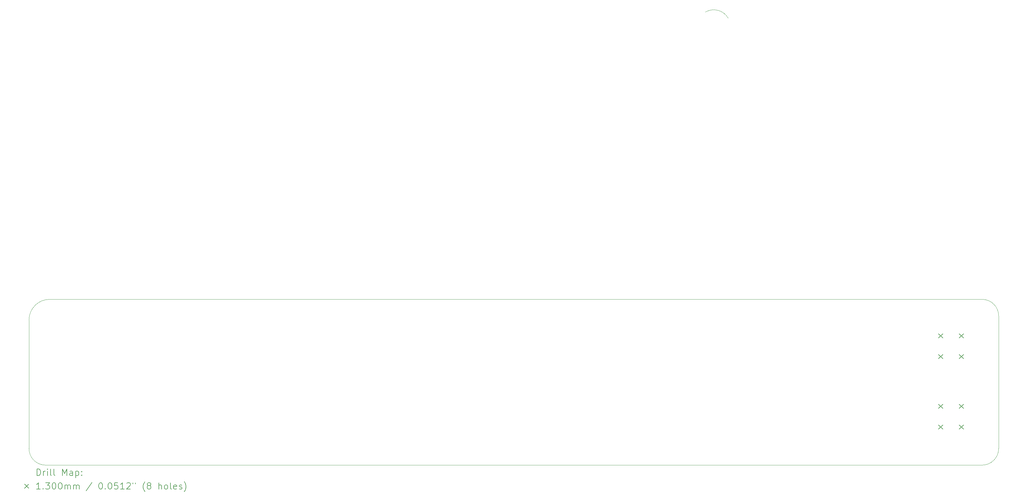
<source format=gbr>
%TF.GenerationSoftware,KiCad,Pcbnew,7.0.2-0*%
%TF.CreationDate,2024-01-28T20:18:33-06:00*%
%TF.ProjectId,bus_bar,6275735f-6261-4722-9e6b-696361645f70,rev?*%
%TF.SameCoordinates,Original*%
%TF.FileFunction,Drillmap*%
%TF.FilePolarity,Positive*%
%FSLAX45Y45*%
G04 Gerber Fmt 4.5, Leading zero omitted, Abs format (unit mm)*
G04 Created by KiCad (PCBNEW 7.0.2-0) date 2024-01-28 20:18:33*
%MOMM*%
%LPD*%
G01*
G04 APERTURE LIST*
%ADD10C,0.100000*%
%ADD11C,0.200000*%
%ADD12C,0.130000*%
G04 APERTURE END LIST*
D10*
X35041501Y-10668000D02*
G75*
G03*
X34533500Y-10160000I-508000J0D01*
G01*
X35041500Y-14732000D02*
X35041501Y-10668000D01*
X5831501Y-15240000D02*
X34533500Y-15240000D01*
X5323500Y-10795000D02*
X5323500Y-14732000D01*
X34533500Y-10160000D02*
X5958500Y-10160000D01*
X26750754Y-1542236D02*
G75*
G03*
X26056813Y-1356295I-439941J-254000D01*
G01*
X34533500Y-15240000D02*
G75*
G03*
X35041500Y-14732000I0J508000D01*
G01*
X5323501Y-14732000D02*
G75*
G03*
X5831501Y-15240000I508000J0D01*
G01*
X5958500Y-10159999D02*
G75*
G03*
X5323500Y-10795000I1J-635000D01*
G01*
D11*
D12*
X33198500Y-11852000D02*
X33328500Y-11982000D01*
X33328500Y-11852000D02*
X33198500Y-11982000D01*
X33198500Y-14011000D02*
X33328500Y-14141000D01*
X33328500Y-14011000D02*
X33198500Y-14141000D01*
X33198500Y-11217000D02*
X33328500Y-11347000D01*
X33328500Y-11217000D02*
X33198500Y-11347000D01*
X33198501Y-13375999D02*
X33328501Y-13505999D01*
X33328501Y-13375999D02*
X33198501Y-13505999D01*
X33833500Y-14011000D02*
X33963500Y-14141000D01*
X33963500Y-14011000D02*
X33833500Y-14141000D01*
X33833500Y-11217000D02*
X33963500Y-11347000D01*
X33963500Y-11217000D02*
X33833500Y-11347000D01*
X33833500Y-11852000D02*
X33963500Y-11982000D01*
X33963500Y-11852000D02*
X33833500Y-11982000D01*
X33833500Y-13376000D02*
X33963500Y-13506000D01*
X33963500Y-13376000D02*
X33833500Y-13506000D01*
D11*
X5566119Y-15557524D02*
X5566119Y-15357524D01*
X5566119Y-15357524D02*
X5613738Y-15357524D01*
X5613738Y-15357524D02*
X5642309Y-15367048D01*
X5642309Y-15367048D02*
X5661357Y-15386095D01*
X5661357Y-15386095D02*
X5670881Y-15405143D01*
X5670881Y-15405143D02*
X5680405Y-15443238D01*
X5680405Y-15443238D02*
X5680405Y-15471810D01*
X5680405Y-15471810D02*
X5670881Y-15509905D01*
X5670881Y-15509905D02*
X5661357Y-15528952D01*
X5661357Y-15528952D02*
X5642309Y-15548000D01*
X5642309Y-15548000D02*
X5613738Y-15557524D01*
X5613738Y-15557524D02*
X5566119Y-15557524D01*
X5766119Y-15557524D02*
X5766119Y-15424191D01*
X5766119Y-15462286D02*
X5775643Y-15443238D01*
X5775643Y-15443238D02*
X5785166Y-15433714D01*
X5785166Y-15433714D02*
X5804214Y-15424191D01*
X5804214Y-15424191D02*
X5823262Y-15424191D01*
X5889928Y-15557524D02*
X5889928Y-15424191D01*
X5889928Y-15357524D02*
X5880405Y-15367048D01*
X5880405Y-15367048D02*
X5889928Y-15376572D01*
X5889928Y-15376572D02*
X5899452Y-15367048D01*
X5899452Y-15367048D02*
X5889928Y-15357524D01*
X5889928Y-15357524D02*
X5889928Y-15376572D01*
X6013738Y-15557524D02*
X5994690Y-15548000D01*
X5994690Y-15548000D02*
X5985166Y-15528952D01*
X5985166Y-15528952D02*
X5985166Y-15357524D01*
X6118500Y-15557524D02*
X6099452Y-15548000D01*
X6099452Y-15548000D02*
X6089928Y-15528952D01*
X6089928Y-15528952D02*
X6089928Y-15357524D01*
X6347071Y-15557524D02*
X6347071Y-15357524D01*
X6347071Y-15357524D02*
X6413738Y-15500381D01*
X6413738Y-15500381D02*
X6480405Y-15357524D01*
X6480405Y-15357524D02*
X6480405Y-15557524D01*
X6661357Y-15557524D02*
X6661357Y-15452762D01*
X6661357Y-15452762D02*
X6651833Y-15433714D01*
X6651833Y-15433714D02*
X6632786Y-15424191D01*
X6632786Y-15424191D02*
X6594690Y-15424191D01*
X6594690Y-15424191D02*
X6575643Y-15433714D01*
X6661357Y-15548000D02*
X6642309Y-15557524D01*
X6642309Y-15557524D02*
X6594690Y-15557524D01*
X6594690Y-15557524D02*
X6575643Y-15548000D01*
X6575643Y-15548000D02*
X6566119Y-15528952D01*
X6566119Y-15528952D02*
X6566119Y-15509905D01*
X6566119Y-15509905D02*
X6575643Y-15490857D01*
X6575643Y-15490857D02*
X6594690Y-15481333D01*
X6594690Y-15481333D02*
X6642309Y-15481333D01*
X6642309Y-15481333D02*
X6661357Y-15471810D01*
X6756595Y-15424191D02*
X6756595Y-15624191D01*
X6756595Y-15433714D02*
X6775643Y-15424191D01*
X6775643Y-15424191D02*
X6813738Y-15424191D01*
X6813738Y-15424191D02*
X6832786Y-15433714D01*
X6832786Y-15433714D02*
X6842309Y-15443238D01*
X6842309Y-15443238D02*
X6851833Y-15462286D01*
X6851833Y-15462286D02*
X6851833Y-15519429D01*
X6851833Y-15519429D02*
X6842309Y-15538476D01*
X6842309Y-15538476D02*
X6832786Y-15548000D01*
X6832786Y-15548000D02*
X6813738Y-15557524D01*
X6813738Y-15557524D02*
X6775643Y-15557524D01*
X6775643Y-15557524D02*
X6756595Y-15548000D01*
X6937547Y-15538476D02*
X6947071Y-15548000D01*
X6947071Y-15548000D02*
X6937547Y-15557524D01*
X6937547Y-15557524D02*
X6928024Y-15548000D01*
X6928024Y-15548000D02*
X6937547Y-15538476D01*
X6937547Y-15538476D02*
X6937547Y-15557524D01*
X6937547Y-15433714D02*
X6947071Y-15443238D01*
X6947071Y-15443238D02*
X6937547Y-15452762D01*
X6937547Y-15452762D02*
X6928024Y-15443238D01*
X6928024Y-15443238D02*
X6937547Y-15433714D01*
X6937547Y-15433714D02*
X6937547Y-15452762D01*
D12*
X5188500Y-15820000D02*
X5318500Y-15950000D01*
X5318500Y-15820000D02*
X5188500Y-15950000D01*
D11*
X5670881Y-15977524D02*
X5556595Y-15977524D01*
X5613738Y-15977524D02*
X5613738Y-15777524D01*
X5613738Y-15777524D02*
X5594690Y-15806095D01*
X5594690Y-15806095D02*
X5575643Y-15825143D01*
X5575643Y-15825143D02*
X5556595Y-15834667D01*
X5756595Y-15958476D02*
X5766119Y-15968000D01*
X5766119Y-15968000D02*
X5756595Y-15977524D01*
X5756595Y-15977524D02*
X5747071Y-15968000D01*
X5747071Y-15968000D02*
X5756595Y-15958476D01*
X5756595Y-15958476D02*
X5756595Y-15977524D01*
X5832786Y-15777524D02*
X5956595Y-15777524D01*
X5956595Y-15777524D02*
X5889928Y-15853714D01*
X5889928Y-15853714D02*
X5918500Y-15853714D01*
X5918500Y-15853714D02*
X5937547Y-15863238D01*
X5937547Y-15863238D02*
X5947071Y-15872762D01*
X5947071Y-15872762D02*
X5956595Y-15891810D01*
X5956595Y-15891810D02*
X5956595Y-15939429D01*
X5956595Y-15939429D02*
X5947071Y-15958476D01*
X5947071Y-15958476D02*
X5937547Y-15968000D01*
X5937547Y-15968000D02*
X5918500Y-15977524D01*
X5918500Y-15977524D02*
X5861357Y-15977524D01*
X5861357Y-15977524D02*
X5842309Y-15968000D01*
X5842309Y-15968000D02*
X5832786Y-15958476D01*
X6080405Y-15777524D02*
X6099452Y-15777524D01*
X6099452Y-15777524D02*
X6118500Y-15787048D01*
X6118500Y-15787048D02*
X6128024Y-15796572D01*
X6128024Y-15796572D02*
X6137547Y-15815619D01*
X6137547Y-15815619D02*
X6147071Y-15853714D01*
X6147071Y-15853714D02*
X6147071Y-15901333D01*
X6147071Y-15901333D02*
X6137547Y-15939429D01*
X6137547Y-15939429D02*
X6128024Y-15958476D01*
X6128024Y-15958476D02*
X6118500Y-15968000D01*
X6118500Y-15968000D02*
X6099452Y-15977524D01*
X6099452Y-15977524D02*
X6080405Y-15977524D01*
X6080405Y-15977524D02*
X6061357Y-15968000D01*
X6061357Y-15968000D02*
X6051833Y-15958476D01*
X6051833Y-15958476D02*
X6042309Y-15939429D01*
X6042309Y-15939429D02*
X6032786Y-15901333D01*
X6032786Y-15901333D02*
X6032786Y-15853714D01*
X6032786Y-15853714D02*
X6042309Y-15815619D01*
X6042309Y-15815619D02*
X6051833Y-15796572D01*
X6051833Y-15796572D02*
X6061357Y-15787048D01*
X6061357Y-15787048D02*
X6080405Y-15777524D01*
X6270881Y-15777524D02*
X6289928Y-15777524D01*
X6289928Y-15777524D02*
X6308976Y-15787048D01*
X6308976Y-15787048D02*
X6318500Y-15796572D01*
X6318500Y-15796572D02*
X6328024Y-15815619D01*
X6328024Y-15815619D02*
X6337547Y-15853714D01*
X6337547Y-15853714D02*
X6337547Y-15901333D01*
X6337547Y-15901333D02*
X6328024Y-15939429D01*
X6328024Y-15939429D02*
X6318500Y-15958476D01*
X6318500Y-15958476D02*
X6308976Y-15968000D01*
X6308976Y-15968000D02*
X6289928Y-15977524D01*
X6289928Y-15977524D02*
X6270881Y-15977524D01*
X6270881Y-15977524D02*
X6251833Y-15968000D01*
X6251833Y-15968000D02*
X6242309Y-15958476D01*
X6242309Y-15958476D02*
X6232786Y-15939429D01*
X6232786Y-15939429D02*
X6223262Y-15901333D01*
X6223262Y-15901333D02*
X6223262Y-15853714D01*
X6223262Y-15853714D02*
X6232786Y-15815619D01*
X6232786Y-15815619D02*
X6242309Y-15796572D01*
X6242309Y-15796572D02*
X6251833Y-15787048D01*
X6251833Y-15787048D02*
X6270881Y-15777524D01*
X6423262Y-15977524D02*
X6423262Y-15844191D01*
X6423262Y-15863238D02*
X6432786Y-15853714D01*
X6432786Y-15853714D02*
X6451833Y-15844191D01*
X6451833Y-15844191D02*
X6480405Y-15844191D01*
X6480405Y-15844191D02*
X6499452Y-15853714D01*
X6499452Y-15853714D02*
X6508976Y-15872762D01*
X6508976Y-15872762D02*
X6508976Y-15977524D01*
X6508976Y-15872762D02*
X6518500Y-15853714D01*
X6518500Y-15853714D02*
X6537547Y-15844191D01*
X6537547Y-15844191D02*
X6566119Y-15844191D01*
X6566119Y-15844191D02*
X6585167Y-15853714D01*
X6585167Y-15853714D02*
X6594690Y-15872762D01*
X6594690Y-15872762D02*
X6594690Y-15977524D01*
X6689928Y-15977524D02*
X6689928Y-15844191D01*
X6689928Y-15863238D02*
X6699452Y-15853714D01*
X6699452Y-15853714D02*
X6718500Y-15844191D01*
X6718500Y-15844191D02*
X6747071Y-15844191D01*
X6747071Y-15844191D02*
X6766119Y-15853714D01*
X6766119Y-15853714D02*
X6775643Y-15872762D01*
X6775643Y-15872762D02*
X6775643Y-15977524D01*
X6775643Y-15872762D02*
X6785167Y-15853714D01*
X6785167Y-15853714D02*
X6804214Y-15844191D01*
X6804214Y-15844191D02*
X6832786Y-15844191D01*
X6832786Y-15844191D02*
X6851833Y-15853714D01*
X6851833Y-15853714D02*
X6861357Y-15872762D01*
X6861357Y-15872762D02*
X6861357Y-15977524D01*
X7251833Y-15768000D02*
X7080405Y-16025143D01*
X7508976Y-15777524D02*
X7528024Y-15777524D01*
X7528024Y-15777524D02*
X7547071Y-15787048D01*
X7547071Y-15787048D02*
X7556595Y-15796572D01*
X7556595Y-15796572D02*
X7566119Y-15815619D01*
X7566119Y-15815619D02*
X7575643Y-15853714D01*
X7575643Y-15853714D02*
X7575643Y-15901333D01*
X7575643Y-15901333D02*
X7566119Y-15939429D01*
X7566119Y-15939429D02*
X7556595Y-15958476D01*
X7556595Y-15958476D02*
X7547071Y-15968000D01*
X7547071Y-15968000D02*
X7528024Y-15977524D01*
X7528024Y-15977524D02*
X7508976Y-15977524D01*
X7508976Y-15977524D02*
X7489929Y-15968000D01*
X7489929Y-15968000D02*
X7480405Y-15958476D01*
X7480405Y-15958476D02*
X7470881Y-15939429D01*
X7470881Y-15939429D02*
X7461357Y-15901333D01*
X7461357Y-15901333D02*
X7461357Y-15853714D01*
X7461357Y-15853714D02*
X7470881Y-15815619D01*
X7470881Y-15815619D02*
X7480405Y-15796572D01*
X7480405Y-15796572D02*
X7489929Y-15787048D01*
X7489929Y-15787048D02*
X7508976Y-15777524D01*
X7661357Y-15958476D02*
X7670881Y-15968000D01*
X7670881Y-15968000D02*
X7661357Y-15977524D01*
X7661357Y-15977524D02*
X7651833Y-15968000D01*
X7651833Y-15968000D02*
X7661357Y-15958476D01*
X7661357Y-15958476D02*
X7661357Y-15977524D01*
X7794690Y-15777524D02*
X7813738Y-15777524D01*
X7813738Y-15777524D02*
X7832786Y-15787048D01*
X7832786Y-15787048D02*
X7842310Y-15796572D01*
X7842310Y-15796572D02*
X7851833Y-15815619D01*
X7851833Y-15815619D02*
X7861357Y-15853714D01*
X7861357Y-15853714D02*
X7861357Y-15901333D01*
X7861357Y-15901333D02*
X7851833Y-15939429D01*
X7851833Y-15939429D02*
X7842310Y-15958476D01*
X7842310Y-15958476D02*
X7832786Y-15968000D01*
X7832786Y-15968000D02*
X7813738Y-15977524D01*
X7813738Y-15977524D02*
X7794690Y-15977524D01*
X7794690Y-15977524D02*
X7775643Y-15968000D01*
X7775643Y-15968000D02*
X7766119Y-15958476D01*
X7766119Y-15958476D02*
X7756595Y-15939429D01*
X7756595Y-15939429D02*
X7747071Y-15901333D01*
X7747071Y-15901333D02*
X7747071Y-15853714D01*
X7747071Y-15853714D02*
X7756595Y-15815619D01*
X7756595Y-15815619D02*
X7766119Y-15796572D01*
X7766119Y-15796572D02*
X7775643Y-15787048D01*
X7775643Y-15787048D02*
X7794690Y-15777524D01*
X8042310Y-15777524D02*
X7947071Y-15777524D01*
X7947071Y-15777524D02*
X7937548Y-15872762D01*
X7937548Y-15872762D02*
X7947071Y-15863238D01*
X7947071Y-15863238D02*
X7966119Y-15853714D01*
X7966119Y-15853714D02*
X8013738Y-15853714D01*
X8013738Y-15853714D02*
X8032786Y-15863238D01*
X8032786Y-15863238D02*
X8042310Y-15872762D01*
X8042310Y-15872762D02*
X8051833Y-15891810D01*
X8051833Y-15891810D02*
X8051833Y-15939429D01*
X8051833Y-15939429D02*
X8042310Y-15958476D01*
X8042310Y-15958476D02*
X8032786Y-15968000D01*
X8032786Y-15968000D02*
X8013738Y-15977524D01*
X8013738Y-15977524D02*
X7966119Y-15977524D01*
X7966119Y-15977524D02*
X7947071Y-15968000D01*
X7947071Y-15968000D02*
X7937548Y-15958476D01*
X8242310Y-15977524D02*
X8128024Y-15977524D01*
X8185167Y-15977524D02*
X8185167Y-15777524D01*
X8185167Y-15777524D02*
X8166119Y-15806095D01*
X8166119Y-15806095D02*
X8147071Y-15825143D01*
X8147071Y-15825143D02*
X8128024Y-15834667D01*
X8318500Y-15796572D02*
X8328024Y-15787048D01*
X8328024Y-15787048D02*
X8347071Y-15777524D01*
X8347071Y-15777524D02*
X8394691Y-15777524D01*
X8394691Y-15777524D02*
X8413738Y-15787048D01*
X8413738Y-15787048D02*
X8423262Y-15796572D01*
X8423262Y-15796572D02*
X8432786Y-15815619D01*
X8432786Y-15815619D02*
X8432786Y-15834667D01*
X8432786Y-15834667D02*
X8423262Y-15863238D01*
X8423262Y-15863238D02*
X8308976Y-15977524D01*
X8308976Y-15977524D02*
X8432786Y-15977524D01*
X8508976Y-15777524D02*
X8508976Y-15815619D01*
X8585167Y-15777524D02*
X8585167Y-15815619D01*
X8880405Y-16053714D02*
X8870881Y-16044191D01*
X8870881Y-16044191D02*
X8851834Y-16015619D01*
X8851834Y-16015619D02*
X8842310Y-15996572D01*
X8842310Y-15996572D02*
X8832786Y-15968000D01*
X8832786Y-15968000D02*
X8823262Y-15920381D01*
X8823262Y-15920381D02*
X8823262Y-15882286D01*
X8823262Y-15882286D02*
X8832786Y-15834667D01*
X8832786Y-15834667D02*
X8842310Y-15806095D01*
X8842310Y-15806095D02*
X8851834Y-15787048D01*
X8851834Y-15787048D02*
X8870881Y-15758476D01*
X8870881Y-15758476D02*
X8880405Y-15748952D01*
X8985167Y-15863238D02*
X8966119Y-15853714D01*
X8966119Y-15853714D02*
X8956595Y-15844191D01*
X8956595Y-15844191D02*
X8947072Y-15825143D01*
X8947072Y-15825143D02*
X8947072Y-15815619D01*
X8947072Y-15815619D02*
X8956595Y-15796572D01*
X8956595Y-15796572D02*
X8966119Y-15787048D01*
X8966119Y-15787048D02*
X8985167Y-15777524D01*
X8985167Y-15777524D02*
X9023262Y-15777524D01*
X9023262Y-15777524D02*
X9042310Y-15787048D01*
X9042310Y-15787048D02*
X9051834Y-15796572D01*
X9051834Y-15796572D02*
X9061357Y-15815619D01*
X9061357Y-15815619D02*
X9061357Y-15825143D01*
X9061357Y-15825143D02*
X9051834Y-15844191D01*
X9051834Y-15844191D02*
X9042310Y-15853714D01*
X9042310Y-15853714D02*
X9023262Y-15863238D01*
X9023262Y-15863238D02*
X8985167Y-15863238D01*
X8985167Y-15863238D02*
X8966119Y-15872762D01*
X8966119Y-15872762D02*
X8956595Y-15882286D01*
X8956595Y-15882286D02*
X8947072Y-15901333D01*
X8947072Y-15901333D02*
X8947072Y-15939429D01*
X8947072Y-15939429D02*
X8956595Y-15958476D01*
X8956595Y-15958476D02*
X8966119Y-15968000D01*
X8966119Y-15968000D02*
X8985167Y-15977524D01*
X8985167Y-15977524D02*
X9023262Y-15977524D01*
X9023262Y-15977524D02*
X9042310Y-15968000D01*
X9042310Y-15968000D02*
X9051834Y-15958476D01*
X9051834Y-15958476D02*
X9061357Y-15939429D01*
X9061357Y-15939429D02*
X9061357Y-15901333D01*
X9061357Y-15901333D02*
X9051834Y-15882286D01*
X9051834Y-15882286D02*
X9042310Y-15872762D01*
X9042310Y-15872762D02*
X9023262Y-15863238D01*
X9299453Y-15977524D02*
X9299453Y-15777524D01*
X9385167Y-15977524D02*
X9385167Y-15872762D01*
X9385167Y-15872762D02*
X9375643Y-15853714D01*
X9375643Y-15853714D02*
X9356596Y-15844191D01*
X9356596Y-15844191D02*
X9328024Y-15844191D01*
X9328024Y-15844191D02*
X9308976Y-15853714D01*
X9308976Y-15853714D02*
X9299453Y-15863238D01*
X9508976Y-15977524D02*
X9489929Y-15968000D01*
X9489929Y-15968000D02*
X9480405Y-15958476D01*
X9480405Y-15958476D02*
X9470881Y-15939429D01*
X9470881Y-15939429D02*
X9470881Y-15882286D01*
X9470881Y-15882286D02*
X9480405Y-15863238D01*
X9480405Y-15863238D02*
X9489929Y-15853714D01*
X9489929Y-15853714D02*
X9508976Y-15844191D01*
X9508976Y-15844191D02*
X9537548Y-15844191D01*
X9537548Y-15844191D02*
X9556596Y-15853714D01*
X9556596Y-15853714D02*
X9566119Y-15863238D01*
X9566119Y-15863238D02*
X9575643Y-15882286D01*
X9575643Y-15882286D02*
X9575643Y-15939429D01*
X9575643Y-15939429D02*
X9566119Y-15958476D01*
X9566119Y-15958476D02*
X9556596Y-15968000D01*
X9556596Y-15968000D02*
X9537548Y-15977524D01*
X9537548Y-15977524D02*
X9508976Y-15977524D01*
X9689929Y-15977524D02*
X9670881Y-15968000D01*
X9670881Y-15968000D02*
X9661357Y-15948952D01*
X9661357Y-15948952D02*
X9661357Y-15777524D01*
X9842310Y-15968000D02*
X9823262Y-15977524D01*
X9823262Y-15977524D02*
X9785167Y-15977524D01*
X9785167Y-15977524D02*
X9766119Y-15968000D01*
X9766119Y-15968000D02*
X9756596Y-15948952D01*
X9756596Y-15948952D02*
X9756596Y-15872762D01*
X9756596Y-15872762D02*
X9766119Y-15853714D01*
X9766119Y-15853714D02*
X9785167Y-15844191D01*
X9785167Y-15844191D02*
X9823262Y-15844191D01*
X9823262Y-15844191D02*
X9842310Y-15853714D01*
X9842310Y-15853714D02*
X9851834Y-15872762D01*
X9851834Y-15872762D02*
X9851834Y-15891810D01*
X9851834Y-15891810D02*
X9756596Y-15910857D01*
X9928024Y-15968000D02*
X9947072Y-15977524D01*
X9947072Y-15977524D02*
X9985167Y-15977524D01*
X9985167Y-15977524D02*
X10004215Y-15968000D01*
X10004215Y-15968000D02*
X10013738Y-15948952D01*
X10013738Y-15948952D02*
X10013738Y-15939429D01*
X10013738Y-15939429D02*
X10004215Y-15920381D01*
X10004215Y-15920381D02*
X9985167Y-15910857D01*
X9985167Y-15910857D02*
X9956596Y-15910857D01*
X9956596Y-15910857D02*
X9937548Y-15901333D01*
X9937548Y-15901333D02*
X9928024Y-15882286D01*
X9928024Y-15882286D02*
X9928024Y-15872762D01*
X9928024Y-15872762D02*
X9937548Y-15853714D01*
X9937548Y-15853714D02*
X9956596Y-15844191D01*
X9956596Y-15844191D02*
X9985167Y-15844191D01*
X9985167Y-15844191D02*
X10004215Y-15853714D01*
X10080405Y-16053714D02*
X10089929Y-16044191D01*
X10089929Y-16044191D02*
X10108977Y-16015619D01*
X10108977Y-16015619D02*
X10118500Y-15996572D01*
X10118500Y-15996572D02*
X10128024Y-15968000D01*
X10128024Y-15968000D02*
X10137548Y-15920381D01*
X10137548Y-15920381D02*
X10137548Y-15882286D01*
X10137548Y-15882286D02*
X10128024Y-15834667D01*
X10128024Y-15834667D02*
X10118500Y-15806095D01*
X10118500Y-15806095D02*
X10108977Y-15787048D01*
X10108977Y-15787048D02*
X10089929Y-15758476D01*
X10089929Y-15758476D02*
X10080405Y-15748952D01*
M02*

</source>
